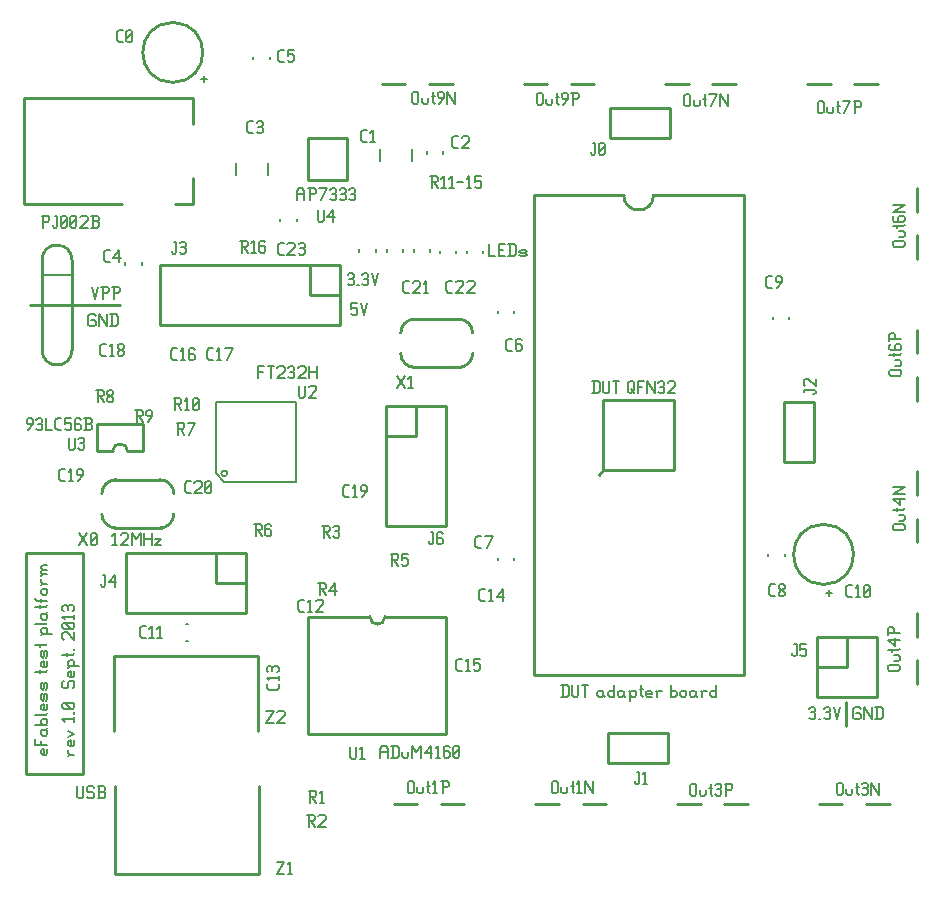
<source format=gbr>
G04 start of page 7 for group -4079 idx -4079 *
G04 Title: (unknown), topsilk *
G04 Creator: pcb 1.99z *
G04 CreationDate: Fri Sep 27 15:25:28 2013 UTC *
G04 For: tim *
G04 Format: Gerber/RS-274X *
G04 PCB-Dimensions (mil): 3240.00 2900.00 *
G04 PCB-Coordinate-Origin: lower left *
%MOIN*%
%FSLAX25Y25*%
%LNTOPSILK*%
%ADD106C,0.0080*%
%ADD105C,0.0071*%
%ADD104C,0.0100*%
G54D104*X3143Y191804D02*X33065D01*
X1962Y109126D02*Y35504D01*
X20860D01*
Y109126D01*
X2356D01*
X79521Y2040D02*Y31567D01*
X31883Y2040D02*X79521D01*
X31490Y31567D02*Y2040D01*
X275191Y59520D02*Y51252D01*
G54D105*X180809Y65213D02*Y61213D01*
X182109Y65213D02*X182809Y64513D01*
Y61913D01*
X182109Y61213D02*X182809Y61913D01*
X180309Y61213D02*X182109D01*
X180309Y65213D02*X182109D01*
X184009D02*Y61713D01*
X184509Y61213D01*
X185509D01*
X186009Y61713D01*
Y65213D02*Y61713D01*
X187209Y65213D02*X189209D01*
X188209D02*Y61213D01*
X193709Y63213D02*X194209Y62713D01*
X192709Y63213D02*X193709D01*
X192209Y62713D02*X192709Y63213D01*
X192209Y62713D02*Y61713D01*
X192709Y61213D01*
X194209Y63213D02*Y61713D01*
X194709Y61213D01*
X192709D02*X193709D01*
X194209Y61713D01*
X197909Y65213D02*Y61213D01*
X197409D02*X197909Y61713D01*
X196409Y61213D02*X197409D01*
X195909Y61713D02*X196409Y61213D01*
X195909Y62713D02*Y61713D01*
Y62713D02*X196409Y63213D01*
X197409D01*
X197909Y62713D01*
X200609Y63213D02*X201109Y62713D01*
X199609Y63213D02*X200609D01*
X199109Y62713D02*X199609Y63213D01*
X199109Y62713D02*Y61713D01*
X199609Y61213D01*
X201109Y63213D02*Y61713D01*
X201609Y61213D01*
X199609D02*X200609D01*
X201109Y61713D01*
X203309Y62713D02*Y59713D01*
X202809Y63213D02*X203309Y62713D01*
X203809Y63213D01*
X204809D01*
X205309Y62713D01*
Y61713D01*
X204809Y61213D02*X205309Y61713D01*
X203809Y61213D02*X204809D01*
X203309Y61713D02*X203809Y61213D01*
X207009Y65213D02*Y61713D01*
X207509Y61213D01*
X206509Y63713D02*X207509D01*
X209009Y61213D02*X210509D01*
X208509Y61713D02*X209009Y61213D01*
X208509Y62713D02*Y61713D01*
Y62713D02*X209009Y63213D01*
X210009D01*
X210509Y62713D01*
X208509Y62213D02*X210509D01*
Y62713D02*Y62213D01*
X212209Y62713D02*Y61213D01*
Y62713D02*X212709Y63213D01*
X213709D01*
X211709D02*X212209Y62713D01*
X216709Y65213D02*Y61213D01*
Y61713D02*X217209Y61213D01*
X218209D01*
X218709Y61713D01*
Y62713D02*Y61713D01*
X218209Y63213D02*X218709Y62713D01*
X217209Y63213D02*X218209D01*
X216709Y62713D02*X217209Y63213D01*
X219909Y62713D02*Y61713D01*
Y62713D02*X220409Y63213D01*
X221409D01*
X221909Y62713D01*
Y61713D01*
X221409Y61213D02*X221909Y61713D01*
X220409Y61213D02*X221409D01*
X219909Y61713D02*X220409Y61213D01*
X224609Y63213D02*X225109Y62713D01*
X223609Y63213D02*X224609D01*
X223109Y62713D02*X223609Y63213D01*
X223109Y62713D02*Y61713D01*
X223609Y61213D01*
X225109Y63213D02*Y61713D01*
X225609Y61213D01*
X223609D02*X224609D01*
X225109Y61713D01*
X227309Y62713D02*Y61213D01*
Y62713D02*X227809Y63213D01*
X228809D01*
X226809D02*X227309Y62713D01*
X232009Y65213D02*Y61213D01*
X231509D02*X232009Y61713D01*
X230509Y61213D02*X231509D01*
X230009Y61713D02*X230509Y61213D01*
X230009Y62713D02*Y61713D01*
Y62713D02*X230509Y63213D01*
X231509D01*
X232009Y62713D01*
X177159Y32430D02*Y29430D01*
Y32430D02*X177659Y32930D01*
X178659D01*
X179159Y32430D01*
Y29430D01*
X178659Y28930D02*X179159Y29430D01*
X177659Y28930D02*X178659D01*
X177159Y29430D02*X177659Y28930D01*
X180359Y30930D02*Y29430D01*
X180859Y28930D01*
X181859D01*
X182359Y29430D01*
Y30930D02*Y29430D01*
X184059Y32930D02*Y29430D01*
X184559Y28930D01*
X183559Y31430D02*X184559D01*
X185559Y32130D02*X186359Y32930D01*
Y28930D01*
X185559D02*X187059D01*
X188259Y32930D02*Y28930D01*
Y32930D02*X190759Y28930D01*
Y32930D02*Y28930D01*
X223222Y31642D02*Y28642D01*
Y31642D02*X223722Y32142D01*
X224722D01*
X225222Y31642D01*
Y28642D01*
X224722Y28142D02*X225222Y28642D01*
X223722Y28142D02*X224722D01*
X223222Y28642D02*X223722Y28142D01*
X226422Y30142D02*Y28642D01*
X226922Y28142D01*
X227922D01*
X228422Y28642D01*
Y30142D02*Y28642D01*
X230122Y32142D02*Y28642D01*
X230622Y28142D01*
X229622Y30642D02*X230622D01*
X231622Y31642D02*X232122Y32142D01*
X233122D01*
X233622Y31642D01*
X233122Y28142D02*X233622Y28642D01*
X232122Y28142D02*X233122D01*
X231622Y28642D02*X232122Y28142D01*
Y30342D02*X233122D01*
X233622Y31642D02*Y30842D01*
Y29842D02*Y28642D01*
Y29842D02*X233122Y30342D01*
X233622Y30842D02*X233122Y30342D01*
X235322Y32142D02*Y28142D01*
X234822Y32142D02*X236822D01*
X237322Y31642D01*
Y30642D01*
X236822Y30142D02*X237322Y30642D01*
X235322Y30142D02*X236822D01*
X191163Y166355D02*Y162355D01*
X192463Y166355D02*X193163Y165655D01*
Y163055D01*
X192463Y162355D02*X193163Y163055D01*
X190663Y162355D02*X192463D01*
X190663Y166355D02*X192463D01*
X194363D02*Y162855D01*
X194863Y162355D01*
X195863D01*
X196363Y162855D01*
Y166355D02*Y162855D01*
X197563Y166355D02*X199563D01*
X198563D02*Y162355D01*
X202563Y165855D02*Y162855D01*
Y165855D02*X203063Y166355D01*
X204063D01*
X204563Y165855D01*
Y163355D01*
X203563Y162355D02*X204563Y163355D01*
X203063Y162355D02*X203563D01*
X202563Y162855D02*X203063Y162355D01*
X203563Y163855D02*X204563Y162355D01*
X205763Y166355D02*Y162355D01*
Y166355D02*X207763D01*
X205763Y164555D02*X207263D01*
X208963Y166355D02*Y162355D01*
Y166355D02*X211463Y162355D01*
Y166355D02*Y162355D01*
X212663Y165855D02*X213163Y166355D01*
X214163D01*
X214663Y165855D01*
X214163Y162355D02*X214663Y162855D01*
X213163Y162355D02*X214163D01*
X212663Y162855D02*X213163Y162355D01*
Y164555D02*X214163D01*
X214663Y165855D02*Y165055D01*
Y164055D02*Y162855D01*
Y164055D02*X214163Y164555D01*
X214663Y165055D02*X214163Y164555D01*
X215863Y165855D02*X216363Y166355D01*
X217863D01*
X218363Y165855D01*
Y164855D01*
X215863Y162355D02*X218363Y164855D01*
X215863Y162355D02*X218363D01*
X268498Y95890D02*X270498D01*
X269498Y96890D02*Y94890D01*
X250221Y94599D02*X251521D01*
X249521Y95299D02*X250221Y94599D01*
X249521Y97899D02*Y95299D01*
Y97899D02*X250221Y98599D01*
X251521D01*
X252721Y95099D02*X253221Y94599D01*
X252721Y95899D02*Y95099D01*
Y95899D02*X253421Y96599D01*
X254021D01*
X254721Y95899D01*
Y95099D01*
X254221Y94599D02*X254721Y95099D01*
X253221Y94599D02*X254221D01*
X252721Y97299D02*X253421Y96599D01*
X252721Y98099D02*Y97299D01*
Y98099D02*X253221Y98599D01*
X254221D01*
X254721Y98099D01*
Y97299D01*
X254021Y96599D02*X254721Y97299D01*
X249237Y197315D02*X250537D01*
X248537Y198015D02*X249237Y197315D01*
X248537Y200615D02*Y198015D01*
Y200615D02*X249237Y201315D01*
X250537D01*
X252237Y197315D02*X253737Y199315D01*
Y200815D02*Y199315D01*
X253237Y201315D02*X253737Y200815D01*
X252237Y201315D02*X253237D01*
X251737Y200815D02*X252237Y201315D01*
X251737Y200815D02*Y199815D01*
X252237Y199315D01*
X253737D01*
X275891Y94284D02*X277191D01*
X275191Y94984D02*X275891Y94284D01*
X275191Y97584D02*Y94984D01*
Y97584D02*X275891Y98284D01*
X277191D01*
X278391Y97484D02*X279191Y98284D01*
Y94284D01*
X278391D02*X279891D01*
X281091Y94784D02*X281591Y94284D01*
X281091Y97784D02*Y94784D01*
Y97784D02*X281591Y98284D01*
X282591D01*
X283091Y97784D01*
Y94784D01*
X282591Y94284D02*X283091Y94784D01*
X281591Y94284D02*X282591D01*
X281091Y95284D02*X283091Y97284D01*
X100584Y118166D02*X102584D01*
X103084Y117666D01*
Y116666D01*
X102584Y116166D02*X103084Y116666D01*
X101084Y116166D02*X102584D01*
X101084Y118166D02*Y114166D01*
X101884Y116166D02*X103084Y114166D01*
X104284Y117666D02*X104784Y118166D01*
X105784D01*
X106284Y117666D01*
X105784Y114166D02*X106284Y114666D01*
X104784Y114166D02*X105784D01*
X104284Y114666D02*X104784Y114166D01*
Y116366D02*X105784D01*
X106284Y117666D02*Y116866D01*
Y115866D02*Y114666D01*
Y115866D02*X105784Y116366D01*
X106284Y116866D02*X105784Y116366D01*
X123380Y108756D02*X125380D01*
X125880Y108256D01*
Y107256D01*
X125380Y106756D02*X125880Y107256D01*
X123880Y106756D02*X125380D01*
X123880Y108756D02*Y104756D01*
X124680Y106756D02*X125880Y104756D01*
X127080Y108756D02*X129080D01*
X127080D02*Y106756D01*
X127580Y107256D01*
X128580D01*
X129080Y106756D01*
Y105256D01*
X128580Y104756D02*X129080Y105256D01*
X127580Y104756D02*X128580D01*
X127080Y105256D02*X127580Y104756D01*
X142702Y195898D02*X144002D01*
X142002Y196598D02*X142702Y195898D01*
X142002Y199198D02*Y196598D01*
Y199198D02*X142702Y199898D01*
X144002D01*
X145202Y199398D02*X145702Y199898D01*
X147202D01*
X147702Y199398D01*
Y198398D01*
X145202Y195898D02*X147702Y198398D01*
X145202Y195898D02*X147702D01*
X148902Y199398D02*X149402Y199898D01*
X150902D01*
X151402Y199398D01*
Y198398D01*
X148902Y195898D02*X151402Y198398D01*
X148902Y195898D02*X151402D01*
X128292Y195622D02*X129592D01*
X127592Y196322D02*X128292Y195622D01*
X127592Y198922D02*Y196322D01*
Y198922D02*X128292Y199622D01*
X129592D01*
X130792Y199122D02*X131292Y199622D01*
X132792D01*
X133292Y199122D01*
Y198122D01*
X130792Y195622D02*X133292Y198122D01*
X130792Y195622D02*X133292D01*
X134492Y198822D02*X135292Y199622D01*
Y195622D01*
X134492D02*X135992D01*
X108213Y127591D02*X109513D01*
X107513Y128291D02*X108213Y127591D01*
X107513Y130891D02*Y128291D01*
Y130891D02*X108213Y131591D01*
X109513D01*
X110713Y130791D02*X111513Y131591D01*
Y127591D01*
X110713D02*X112213D01*
X113913D02*X115413Y129591D01*
Y131091D02*Y129591D01*
X114913Y131591D02*X115413Y131091D01*
X113913Y131591D02*X114913D01*
X113413Y131091D02*X113913Y131591D01*
X113413Y131091D02*Y130091D01*
X113913Y129591D01*
X115413D01*
X272041Y32036D02*Y29036D01*
Y32036D02*X272541Y32536D01*
X273541D01*
X274041Y32036D01*
Y29036D01*
X273541Y28536D02*X274041Y29036D01*
X272541Y28536D02*X273541D01*
X272041Y29036D02*X272541Y28536D01*
X275241Y30536D02*Y29036D01*
X275741Y28536D01*
X276741D01*
X277241Y29036D01*
Y30536D02*Y29036D01*
X278941Y32536D02*Y29036D01*
X279441Y28536D01*
X278441Y31036D02*X279441D01*
X280441Y32036D02*X280941Y32536D01*
X281941D01*
X282441Y32036D01*
X281941Y28536D02*X282441Y29036D01*
X280941Y28536D02*X281941D01*
X280441Y29036D02*X280941Y28536D01*
Y30736D02*X281941D01*
X282441Y32036D02*Y31236D01*
Y30236D02*Y29036D01*
Y30236D02*X281941Y30736D01*
X282441Y31236D02*X281941Y30736D01*
X283641Y32536D02*Y28536D01*
Y32536D02*X286141Y28536D01*
Y32536D02*Y28536D01*
X279553Y57733D02*X280053Y57233D01*
X278053Y57733D02*X279553D01*
X277553Y57233D02*X278053Y57733D01*
X277553Y57233D02*Y54233D01*
X278053Y53733D01*
X279553D01*
X280053Y54233D01*
Y55233D02*Y54233D01*
X279553Y55733D02*X280053Y55233D01*
X278553Y55733D02*X279553D01*
X281253Y57733D02*Y53733D01*
Y57733D02*X283753Y53733D01*
Y57733D02*Y53733D01*
X285453Y57733D02*Y53733D01*
X286753Y57733D02*X287453Y57033D01*
Y54433D01*
X286753Y53733D02*X287453Y54433D01*
X284953Y53733D02*X286753D01*
X284953Y57733D02*X286753D01*
X258017Y78638D02*X258817D01*
Y75138D01*
X258317Y74638D02*X258817Y75138D01*
X257817Y74638D02*X258317D01*
X257317Y75138D02*X257817Y74638D01*
X257317Y75638D02*Y75138D01*
X260017Y78638D02*X262017D01*
X260017D02*Y76638D01*
X260517Y77138D01*
X261517D01*
X262017Y76638D01*
Y75138D01*
X261517Y74638D02*X262017Y75138D01*
X260517Y74638D02*X261517D01*
X260017Y75138D02*X260517Y74638D01*
X262986Y57233D02*X263486Y57733D01*
X264486D01*
X264986Y57233D01*
X264486Y53733D02*X264986Y54233D01*
X263486Y53733D02*X264486D01*
X262986Y54233D02*X263486Y53733D01*
Y55933D02*X264486D01*
X264986Y57233D02*Y56433D01*
Y55433D02*Y54233D01*
Y55433D02*X264486Y55933D01*
X264986Y56433D02*X264486Y55933D01*
X266186Y53733D02*X266686D01*
X267886Y57233D02*X268386Y57733D01*
X269386D01*
X269886Y57233D01*
X269386Y53733D02*X269886Y54233D01*
X268386Y53733D02*X269386D01*
X267886Y54233D02*X268386Y53733D01*
Y55933D02*X269386D01*
X269886Y57233D02*Y56433D01*
Y55433D02*Y54233D01*
Y55433D02*X269386Y55933D01*
X269886Y56433D02*X269386Y55933D01*
X271086Y57733D02*X272086Y53733D01*
X273086Y57733D01*
X289683Y69756D02*X292683D01*
X289683D02*X289183Y70256D01*
Y71256D02*Y70256D01*
Y71256D02*X289683Y71756D01*
X292683D01*
X293183Y71256D02*X292683Y71756D01*
X293183Y71256D02*Y70256D01*
X292683Y69756D02*X293183Y70256D01*
X291183Y72956D02*X292683D01*
X293183Y73456D01*
Y74456D02*Y73456D01*
Y74456D02*X292683Y74956D01*
X291183D02*X292683D01*
X289183Y76656D02*X292683D01*
X293183Y77156D01*
X290683D02*Y76156D01*
X291683Y78156D02*X289183Y80156D01*
X291683Y80656D02*Y78156D01*
X289183Y80156D02*X293183D01*
X289183Y82356D02*X293183D01*
X289183Y83856D02*Y81856D01*
Y83856D02*X289683Y84356D01*
X290683D01*
X291183Y83856D02*X290683Y84356D01*
X291183Y83856D02*Y82356D01*
X291257Y116607D02*X294257D01*
X291257D02*X290757Y117107D01*
Y118107D02*Y117107D01*
Y118107D02*X291257Y118607D01*
X294257D01*
X294757Y118107D02*X294257Y118607D01*
X294757Y118107D02*Y117107D01*
X294257Y116607D02*X294757Y117107D01*
X292757Y119807D02*X294257D01*
X294757Y120307D01*
Y121307D02*Y120307D01*
Y121307D02*X294257Y121807D01*
X292757D02*X294257D01*
X290757Y123507D02*X294257D01*
X294757Y124007D01*
X292257D02*Y123007D01*
X293257Y125007D02*X290757Y127007D01*
X293257Y127507D02*Y125007D01*
X290757Y127007D02*X294757D01*
X290757Y128707D02*X294757D01*
X290757D02*X294757Y131207D01*
X290757D02*X294757D01*
X290076Y168181D02*X293076D01*
X290076D02*X289576Y168681D01*
Y169681D02*Y168681D01*
Y169681D02*X290076Y170181D01*
X293076D01*
X293576Y169681D02*X293076Y170181D01*
X293576Y169681D02*Y168681D01*
X293076Y168181D02*X293576Y168681D01*
X291576Y171382D02*X293076D01*
X293576Y171882D01*
Y172882D02*Y171882D01*
Y172882D02*X293076Y173382D01*
X291576D02*X293076D01*
X289576Y175082D02*X293076D01*
X293576Y175582D01*
X291076D02*Y174582D01*
X289576Y178082D02*X290076Y178582D01*
X289576Y178082D02*Y177082D01*
X290076Y176582D02*X289576Y177082D01*
X290076Y176582D02*X293076D01*
X293576Y177082D01*
X291376Y178082D02*X291876Y178582D01*
X291376Y178082D02*Y176582D01*
X293576Y178082D02*Y177082D01*
Y178082D02*X293076Y178582D01*
X291876D02*X293076D01*
X289576Y180282D02*X293576D01*
X289576Y181782D02*Y179782D01*
Y181782D02*X290076Y182282D01*
X291076D01*
X291576Y181782D02*X291076Y182282D01*
X291576Y181782D02*Y180282D01*
X7580Y221512D02*Y217512D01*
X7080Y221512D02*X9080D01*
X9580Y221012D01*
Y220012D01*
X9080Y219512D02*X9580Y220012D01*
X7580Y219512D02*X9080D01*
X11480Y221512D02*X12280D01*
Y218012D01*
X11780Y217512D02*X12280Y218012D01*
X11280Y217512D02*X11780D01*
X10780Y218012D02*X11280Y217512D01*
X10780Y218512D02*Y218012D01*
X13480D02*X13980Y217512D01*
X13480Y221012D02*Y218012D01*
Y221012D02*X13980Y221512D01*
X14980D01*
X15480Y221012D01*
Y218012D01*
X14980Y217512D02*X15480Y218012D01*
X13980Y217512D02*X14980D01*
X13480Y218512D02*X15480Y220512D01*
X16680Y218012D02*X17180Y217512D01*
X16680Y221012D02*Y218012D01*
Y221012D02*X17180Y221512D01*
X18180D01*
X18680Y221012D01*
Y218012D01*
X18180Y217512D02*X18680Y218012D01*
X17180Y217512D02*X18180D01*
X16680Y218512D02*X18680Y220512D01*
X19880Y221012D02*X20380Y221512D01*
X21880D01*
X22380Y221012D01*
Y220012D01*
X19880Y217512D02*X22380Y220012D01*
X19880Y217512D02*X22380D01*
X23580D02*X25580D01*
X26080Y218012D01*
Y219212D02*Y218012D01*
X25580Y219712D02*X26080Y219212D01*
X24080Y219712D02*X25580D01*
X24080Y221512D02*Y217512D01*
X23580Y221512D02*X25580D01*
X26080Y221012D01*
Y220212D01*
X25580Y219712D02*X26080Y220212D01*
X23773Y197890D02*X24773Y193890D01*
X25773Y197890D01*
X27473D02*Y193890D01*
X26973Y197890D02*X28973D01*
X29473Y197390D01*
Y196390D01*
X28973Y195890D02*X29473Y196390D01*
X27473Y195890D02*X28973D01*
X31173Y197890D02*Y193890D01*
X30673Y197890D02*X32673D01*
X33173Y197390D01*
Y196390D01*
X32673Y195890D02*X33173Y196390D01*
X31173Y195890D02*X32673D01*
X28489Y206056D02*X29789D01*
X27789Y206756D02*X28489Y206056D01*
X27789Y209356D02*Y206756D01*
Y209356D02*X28489Y210056D01*
X29789D01*
X30989Y207556D02*X32989Y210056D01*
X30989Y207556D02*X33489D01*
X32989Y210056D02*Y206056D01*
X27465Y101827D02*X28265D01*
Y98327D01*
X27765Y97827D02*X28265Y98327D01*
X27265Y97827D02*X27765D01*
X26765Y98327D02*X27265Y97827D01*
X26765Y98827D02*Y98327D01*
X29465Y99327D02*X31465Y101827D01*
X29465Y99327D02*X31965D01*
X31465Y101827D02*Y97827D01*
X32741Y279284D02*X34041D01*
X32041Y279984D02*X32741Y279284D01*
X32041Y282584D02*Y279984D01*
Y282584D02*X32741Y283284D01*
X34041D01*
X35241Y279784D02*X35741Y279284D01*
X35241Y282784D02*Y279784D01*
Y282784D02*X35741Y283284D01*
X36741D01*
X37241Y282784D01*
Y279784D01*
X36741Y279284D02*X37241Y279784D01*
X35741Y279284D02*X36741D01*
X35241Y280284D02*X37241Y282284D01*
X2580Y150032D02*X4080Y152032D01*
Y153532D02*Y152032D01*
X3580Y154032D02*X4080Y153532D01*
X2580Y154032D02*X3580D01*
X2080Y153532D02*X2580Y154032D01*
X2080Y153532D02*Y152532D01*
X2580Y152032D01*
X4080D01*
X5280Y153532D02*X5780Y154032D01*
X6780D01*
X7280Y153532D01*
X6780Y150032D02*X7280Y150532D01*
X5780Y150032D02*X6780D01*
X5280Y150532D02*X5780Y150032D01*
Y152232D02*X6780D01*
X7280Y153532D02*Y152732D01*
Y151732D02*Y150532D01*
Y151732D02*X6780Y152232D01*
X7280Y152732D02*X6780Y152232D01*
X8480Y154032D02*Y150032D01*
X10480D01*
X12380D02*X13680D01*
X11680Y150732D02*X12380Y150032D01*
X11680Y153332D02*Y150732D01*
Y153332D02*X12380Y154032D01*
X13680D01*
X14880D02*X16880D01*
X14880D02*Y152032D01*
X15380Y152532D01*
X16380D01*
X16880Y152032D01*
Y150532D01*
X16380Y150032D02*X16880Y150532D01*
X15380Y150032D02*X16380D01*
X14880Y150532D02*X15380Y150032D01*
X19580Y154032D02*X20080Y153532D01*
X18580Y154032D02*X19580D01*
X18080Y153532D02*X18580Y154032D01*
X18080Y153532D02*Y150532D01*
X18580Y150032D01*
X19580Y152232D02*X20080Y151732D01*
X18080Y152232D02*X19580D01*
X18580Y150032D02*X19580D01*
X20080Y150532D01*
Y151732D02*Y150532D01*
X21280Y150032D02*X23280D01*
X23780Y150532D01*
Y151732D02*Y150532D01*
X23280Y152232D02*X23780Y151732D01*
X21780Y152232D02*X23280D01*
X21780Y154032D02*Y150032D01*
X21280Y154032D02*X23280D01*
X23780Y153532D01*
Y152732D01*
X23280Y152232D02*X23780Y152732D01*
X16096Y147457D02*Y143957D01*
X16596Y143457D01*
X17596D01*
X18096Y143957D01*
Y147457D02*Y143957D01*
X19296Y146957D02*X19796Y147457D01*
X20796D01*
X21296Y146957D01*
X20796Y143457D02*X21296Y143957D01*
X19796Y143457D02*X20796D01*
X19296Y143957D02*X19796Y143457D01*
Y145657D02*X20796D01*
X21296Y146957D02*Y146157D01*
Y145157D02*Y143957D01*
Y145157D02*X20796Y145657D01*
X21296Y146157D02*X20796Y145657D01*
X13607Y133024D02*X14907D01*
X12907Y133724D02*X13607Y133024D01*
X12907Y136324D02*Y133724D01*
Y136324D02*X13607Y137024D01*
X14907D01*
X16107Y136224D02*X16907Y137024D01*
Y133024D01*
X16107D02*X17607D01*
X19307D02*X20807Y135024D01*
Y136524D02*Y135024D01*
X20307Y137024D02*X20807Y136524D01*
X19307Y137024D02*X20307D01*
X18807Y136524D02*X19307Y137024D01*
X18807Y136524D02*Y135524D01*
X19307Y135024D01*
X20807D01*
X24631Y188599D02*X25131Y188099D01*
X23131Y188599D02*X24631D01*
X22631Y188099D02*X23131Y188599D01*
X22631Y188099D02*Y185099D01*
X23131Y184599D01*
X24631D01*
X25131Y185099D01*
Y186099D02*Y185099D01*
X24631Y186599D02*X25131Y186099D01*
X23631Y186599D02*X24631D01*
X26332Y188599D02*Y184599D01*
Y188599D02*X28832Y184599D01*
Y188599D02*Y184599D01*
X30532Y188599D02*Y184599D01*
X31832Y188599D02*X32532Y187899D01*
Y185299D01*
X31832Y184599D02*X32532Y185299D01*
X30032Y184599D02*X31832D01*
X30032Y188599D02*X31832D01*
X51087Y212851D02*X51887D01*
Y209351D01*
X51387Y208851D02*X51887Y209351D01*
X50887Y208851D02*X51387D01*
X50387Y209351D02*X50887Y208851D01*
X50387Y209851D02*Y209351D01*
X53087Y212351D02*X53587Y212851D01*
X54587D01*
X55087Y212351D01*
X54587Y208851D02*X55087Y209351D01*
X53587Y208851D02*X54587D01*
X53087Y209351D02*X53587Y208851D01*
Y211051D02*X54587D01*
X55087Y212351D02*Y211551D01*
Y210551D02*Y209351D01*
Y210551D02*X54587Y211051D01*
X55087Y211551D02*X54587Y211051D01*
X50891Y173260D02*X52191D01*
X50191Y173960D02*X50891Y173260D01*
X50191Y176560D02*Y173960D01*
Y176560D02*X50891Y177260D01*
X52191D01*
X53391Y176460D02*X54191Y177260D01*
Y173260D01*
X53391D02*X54891D01*
X57591Y177260D02*X58091Y176760D01*
X56591Y177260D02*X57591D01*
X56091Y176760D02*X56591Y177260D01*
X56091Y176760D02*Y173760D01*
X56591Y173260D01*
X57591Y175460D02*X58091Y174960D01*
X56091Y175460D02*X57591D01*
X56591Y173260D02*X57591D01*
X58091Y173760D01*
Y174960D02*Y173760D01*
X63017Y173260D02*X64317D01*
X62317Y173960D02*X63017Y173260D01*
X62317Y176560D02*Y173960D01*
Y176560D02*X63017Y177260D01*
X64317D01*
X65517Y176460D02*X66317Y177260D01*
Y173260D01*
X65517D02*X67017D01*
X68717D02*X70717Y177260D01*
X68217D02*X70717D01*
X27269Y174756D02*X28569D01*
X26569Y175456D02*X27269Y174756D01*
X26569Y178056D02*Y175456D01*
Y178056D02*X27269Y178756D01*
X28569D01*
X29769Y177956D02*X30569Y178756D01*
Y174756D01*
X29769D02*X31269D01*
X32469Y175256D02*X32969Y174756D01*
X32469Y176056D02*Y175256D01*
Y176056D02*X33169Y176756D01*
X33769D01*
X34469Y176056D01*
Y175256D01*
X33969Y174756D02*X34469Y175256D01*
X32969Y174756D02*X33969D01*
X32469Y177456D02*X33169Y176756D01*
X32469Y178256D02*Y177456D01*
Y178256D02*X32969Y178756D01*
X33969D01*
X34469Y178256D01*
Y177456D01*
X33769Y176756D02*X34469Y177456D01*
X52120Y152457D02*X54120D01*
X54620Y151957D01*
Y150957D01*
X54120Y150457D02*X54620Y150957D01*
X52620Y150457D02*X54120D01*
X52620Y152457D02*Y148457D01*
X53420Y150457D02*X54620Y148457D01*
X56320D02*X58320Y152457D01*
X55820D02*X58320D01*
X51135Y160646D02*X53135D01*
X53635Y160146D01*
Y159146D01*
X53135Y158646D02*X53635Y159146D01*
X51635Y158646D02*X53135D01*
X51635Y160646D02*Y156646D01*
X52435Y158646D02*X53635Y156646D01*
X54835Y159846D02*X55635Y160646D01*
Y156646D01*
X54835D02*X56335D01*
X57535Y157146D02*X58035Y156646D01*
X57535Y160146D02*Y157146D01*
Y160146D02*X58035Y160646D01*
X59035D01*
X59535Y160146D01*
Y157146D01*
X59035Y156646D02*X59535Y157146D01*
X58035Y156646D02*X59035D01*
X57535Y157646D02*X59535Y159646D01*
X38261Y156630D02*X40261D01*
X40761Y156130D01*
Y155130D01*
X40261Y154630D02*X40761Y155130D01*
X38761Y154630D02*X40261D01*
X38761Y156630D02*Y152630D01*
X39561Y154630D02*X40761Y152630D01*
X42461D02*X43961Y154630D01*
Y156130D02*Y154630D01*
X43461Y156630D02*X43961Y156130D01*
X42461Y156630D02*X43461D01*
X41961Y156130D02*X42461Y156630D01*
X41961Y156130D02*Y155130D01*
X42461Y154630D01*
X43961D01*
X55418Y128930D02*X56718D01*
X54718Y129630D02*X55418Y128930D01*
X54718Y132230D02*Y129630D01*
Y132230D02*X55418Y132930D01*
X56718D01*
X57918Y132430D02*X58418Y132930D01*
X59918D01*
X60418Y132430D01*
Y131430D01*
X57918Y128930D02*X60418Y131430D01*
X57918Y128930D02*X60418D01*
X61618Y129430D02*X62118Y128930D01*
X61618Y132430D02*Y129430D01*
Y132430D02*X62118Y132930D01*
X63118D01*
X63618Y132430D01*
Y129430D01*
X63118Y128930D02*X63618Y129430D01*
X62118Y128930D02*X63118D01*
X61618Y129930D02*X63618Y131930D01*
X25309Y163323D02*X27309D01*
X27809Y162823D01*
Y161823D01*
X27309Y161323D02*X27809Y161823D01*
X25809Y161323D02*X27309D01*
X25809Y163323D02*Y159323D01*
X26609Y161323D02*X27809Y159323D01*
X29009Y159823D02*X29509Y159323D01*
X29009Y160623D02*Y159823D01*
Y160623D02*X29709Y161323D01*
X30309D01*
X31009Y160623D01*
Y159823D01*
X30509Y159323D02*X31009Y159823D01*
X29509Y159323D02*X30509D01*
X29009Y162023D02*X29709Y161323D01*
X29009Y162823D02*Y162023D01*
Y162823D02*X29509Y163323D01*
X30509D01*
X31009Y162823D01*
Y162023D01*
X30309Y161323D02*X31009Y162023D01*
X18891Y31355D02*Y27855D01*
X19391Y27355D01*
X20391D01*
X20891Y27855D01*
Y31355D02*Y27855D01*
X24091Y31355D02*X24591Y30855D01*
X22591Y31355D02*X24091D01*
X22091Y30855D02*X22591Y31355D01*
X22091Y30855D02*Y29855D01*
X22591Y29355D01*
X24091D01*
X24591Y28855D01*
Y27855D01*
X24091Y27355D02*X24591Y27855D01*
X22591Y27355D02*X24091D01*
X22091Y27855D02*X22591Y27355D01*
X25791D02*X27791D01*
X28291Y27855D01*
Y29055D02*Y27855D01*
X27791Y29555D02*X28291Y29055D01*
X26291Y29555D02*X27791D01*
X26291Y31355D02*Y27355D01*
X25791Y31355D02*X27791D01*
X28291Y30855D01*
Y30055D01*
X27791Y29555D02*X28291Y30055D01*
X16486Y41910D02*X17986D01*
X16486D02*X15986Y42410D01*
Y43410D02*Y42410D01*
Y41410D02*X16486Y41910D01*
X17986Y46610D02*Y45110D01*
X17486Y44610D02*X17986Y45110D01*
X16486Y44610D02*X17486D01*
X16486D02*X15986Y45110D01*
Y46110D02*Y45110D01*
Y46110D02*X16486Y46610D01*
X16986D02*Y44610D01*
X16486Y46610D02*X16986D01*
X15986Y47810D02*X17986Y48810D01*
X15986Y49810D02*X17986Y48810D01*
X14786Y52810D02*X13986Y53610D01*
X17986D01*
Y54310D02*Y52810D01*
Y56010D02*Y55510D01*
X17486Y57210D02*X17986Y57710D01*
X14486Y57210D02*X17486D01*
X14486D02*X13986Y57710D01*
Y58710D02*Y57710D01*
Y58710D02*X14486Y59210D01*
X17486D01*
X17986Y58710D02*X17486Y59210D01*
X17986Y58710D02*Y57710D01*
X16986Y57210D02*X14986Y59210D01*
X13986Y66010D02*X14486Y66510D01*
X13986Y66010D02*Y64510D01*
X14486Y64010D02*X13986Y64510D01*
X14486Y64010D02*X15486D01*
X15986Y64510D01*
Y66010D02*Y64510D01*
Y66010D02*X16486Y66510D01*
X17486D01*
X17986Y66010D02*X17486Y66510D01*
X17986Y66010D02*Y64510D01*
X17486Y64010D02*X17986Y64510D01*
Y69710D02*Y68210D01*
X17486Y67710D02*X17986Y68210D01*
X16486Y67710D02*X17486D01*
X16486D02*X15986Y68210D01*
Y69210D02*Y68210D01*
Y69210D02*X16486Y69710D01*
X16986D02*Y67710D01*
X16486Y69710D02*X16986D01*
X16486Y71410D02*X19486D01*
X15986Y70910D02*X16486Y71410D01*
X15986Y71910D01*
Y72910D02*Y71910D01*
Y72910D02*X16486Y73410D01*
X17486D01*
X17986Y72910D02*X17486Y73410D01*
X17986Y72910D02*Y71910D01*
X17486Y71410D02*X17986Y71910D01*
X13986Y75110D02*X17486D01*
X17986Y75610D01*
X15486D02*Y74610D01*
X17986Y77110D02*Y76610D01*
X14486Y80110D02*X13986Y80610D01*
Y82110D02*Y80610D01*
Y82110D02*X14486Y82610D01*
X15486D01*
X17986Y80110D02*X15486Y82610D01*
X17986D02*Y80110D01*
X17486Y83810D02*X17986Y84310D01*
X14486Y83810D02*X17486D01*
X14486D02*X13986Y84310D01*
Y85310D02*Y84310D01*
Y85310D02*X14486Y85810D01*
X17486D01*
X17986Y85310D02*X17486Y85810D01*
X17986Y85310D02*Y84310D01*
X16986Y83810D02*X14986Y85810D01*
X14786Y87010D02*X13986Y87810D01*
X17986D01*
Y88510D02*Y87010D01*
X14486Y89710D02*X13986Y90210D01*
Y91210D02*Y90210D01*
Y91210D02*X14486Y91710D01*
X17986Y91210D02*X17486Y91710D01*
X17986Y91210D02*Y90210D01*
X17486Y89710D02*X17986Y90210D01*
X15786Y91210D02*Y90210D01*
X14486Y91710D02*X15286D01*
X16286D02*X17486D01*
X16286D02*X15786Y91210D01*
X15286Y91710D02*X15786Y91210D01*
X8931Y43804D02*Y42304D01*
X8431Y41804D02*X8931Y42304D01*
X7431Y41804D02*X8431D01*
X7431D02*X6931Y42304D01*
Y43304D02*Y42304D01*
Y43304D02*X7431Y43804D01*
X7931D02*Y41804D01*
X7431Y43804D02*X7931D01*
X4931Y45004D02*X8931D01*
X4931Y47004D02*Y45004D01*
X6731Y46504D02*Y45004D01*
X6931Y49704D02*X7431Y50204D01*
X6931Y49704D02*Y48704D01*
X7431Y48204D02*X6931Y48704D01*
X7431Y48204D02*X8431D01*
X8931Y48704D01*
X6931Y50204D02*X8431D01*
X8931Y50704D01*
Y49704D02*Y48704D01*
Y49704D02*X8431Y50204D01*
X4931Y51904D02*X8931D01*
X8431D02*X8931Y52404D01*
Y53404D02*Y52404D01*
Y53404D02*X8431Y53904D01*
X7431D02*X8431D01*
X6931Y53404D02*X7431Y53904D01*
X6931Y53404D02*Y52404D01*
X7431Y51904D02*X6931Y52404D01*
X4931Y55104D02*X8431D01*
X8931Y55604D01*
Y58604D02*Y57104D01*
X8431Y56604D02*X8931Y57104D01*
X7431Y56604D02*X8431D01*
X7431D02*X6931Y57104D01*
Y58104D02*Y57104D01*
Y58104D02*X7431Y58604D01*
X7931D02*Y56604D01*
X7431Y58604D02*X7931D01*
X8931Y61804D02*Y60304D01*
Y61804D02*X8431Y62304D01*
X7931Y61804D02*X8431Y62304D01*
X7931Y61804D02*Y60304D01*
X7431Y59804D02*X7931Y60304D01*
X7431Y59804D02*X6931Y60304D01*
Y61804D02*Y60304D01*
Y61804D02*X7431Y62304D01*
X8431Y59804D02*X8931Y60304D01*
Y65504D02*Y64004D01*
Y65504D02*X8431Y66004D01*
X7931Y65504D02*X8431Y66004D01*
X7931Y65504D02*Y64004D01*
X7431Y63504D02*X7931Y64004D01*
X7431Y63504D02*X6931Y64004D01*
Y65504D02*Y64004D01*
Y65504D02*X7431Y66004D01*
X8431Y63504D02*X8931Y64004D01*
X4931Y69504D02*X8431D01*
X8931Y70004D01*
X6431D02*Y69004D01*
X8931Y73004D02*Y71504D01*
X8431Y71004D02*X8931Y71504D01*
X7431Y71004D02*X8431D01*
X7431D02*X6931Y71504D01*
Y72504D02*Y71504D01*
Y72504D02*X7431Y73004D01*
X7931D02*Y71004D01*
X7431Y73004D02*X7931D01*
X8931Y76204D02*Y74704D01*
Y76204D02*X8431Y76704D01*
X7931Y76204D02*X8431Y76704D01*
X7931Y76204D02*Y74704D01*
X7431Y74204D02*X7931Y74704D01*
X7431Y74204D02*X6931Y74704D01*
Y76204D02*Y74704D01*
Y76204D02*X7431Y76704D01*
X8431Y74204D02*X8931Y74704D01*
X4931Y78404D02*X8431D01*
X8931Y78904D01*
X6431D02*Y77904D01*
X7431Y82204D02*X10431D01*
X6931Y81704D02*X7431Y82204D01*
X6931Y82704D01*
Y83704D02*Y82704D01*
Y83704D02*X7431Y84204D01*
X8431D01*
X8931Y83704D02*X8431Y84204D01*
X8931Y83704D02*Y82704D01*
X8431Y82204D02*X8931Y82704D01*
X4931Y85404D02*X8431D01*
X8931Y85904D01*
X6931Y88404D02*X7431Y88904D01*
X6931Y88404D02*Y87404D01*
X7431Y86904D02*X6931Y87404D01*
X7431Y86904D02*X8431D01*
X8931Y87404D01*
X6931Y88904D02*X8431D01*
X8931Y89404D01*
Y88404D02*Y87404D01*
Y88404D02*X8431Y88904D01*
X4931Y91104D02*X8431D01*
X8931Y91604D01*
X6431D02*Y90604D01*
X5431Y93104D02*X8931D01*
X5431D02*X4931Y93604D01*
Y94104D02*Y93604D01*
X6931D02*Y92604D01*
X7431Y95104D02*X8431D01*
X7431D02*X6931Y95604D01*
Y96604D02*Y95604D01*
Y96604D02*X7431Y97104D01*
X8431D01*
X8931Y96604D02*X8431Y97104D01*
X8931Y96604D02*Y95604D01*
X8431Y95104D02*X8931Y95604D01*
X7431Y98804D02*X8931D01*
X7431D02*X6931Y99304D01*
Y100304D02*Y99304D01*
Y98304D02*X7431Y98804D01*
Y102004D02*X8931D01*
X7431D02*X6931Y102504D01*
Y103004D02*Y102504D01*
Y103004D02*X7431Y103504D01*
X8931D01*
X7431D02*X6931Y104004D01*
Y104504D02*Y104004D01*
Y104504D02*X7431Y105004D01*
X8931D01*
X6931Y101504D02*X7431Y102004D01*
X60230Y267150D02*X62230D01*
X61230Y268150D02*Y266150D01*
X265742Y259201D02*Y256201D01*
Y259201D02*X266242Y259701D01*
X267242D01*
X267742Y259201D01*
Y256201D01*
X267242Y255701D02*X267742Y256201D01*
X266242Y255701D02*X267242D01*
X265742Y256201D02*X266242Y255701D01*
X268942Y257701D02*Y256201D01*
X269442Y255701D01*
X270442D01*
X270942Y256201D01*
Y257701D02*Y256201D01*
X272642Y259701D02*Y256201D01*
X273142Y255701D01*
X272142Y258201D02*X273142D01*
X274642Y255701D02*X276642Y259701D01*
X274142D02*X276642D01*
X278342D02*Y255701D01*
X277842Y259701D02*X279842D01*
X280342Y259201D01*
Y258201D01*
X279842Y257701D02*X280342Y258201D01*
X278342Y257701D02*X279842D01*
X221254Y261563D02*Y258563D01*
Y261563D02*X221754Y262063D01*
X222754D01*
X223254Y261563D01*
Y258563D01*
X222754Y258063D02*X223254Y258563D01*
X221754Y258063D02*X222754D01*
X221254Y258563D02*X221754Y258063D01*
X224454Y260063D02*Y258563D01*
X224954Y258063D01*
X225954D01*
X226454Y258563D01*
Y260063D02*Y258563D01*
X228154Y262063D02*Y258563D01*
X228654Y258063D01*
X227654Y260563D02*X228654D01*
X230154Y258063D02*X232154Y262063D01*
X229654D02*X232154D01*
X233354D02*Y258063D01*
Y262063D02*X235854Y258063D01*
Y262063D02*Y258063D01*
X172041Y261957D02*Y258957D01*
Y261957D02*X172541Y262457D01*
X173541D01*
X174041Y261957D01*
Y258957D01*
X173541Y258457D02*X174041Y258957D01*
X172541Y258457D02*X173541D01*
X172041Y258957D02*X172541Y258457D01*
X175241Y260457D02*Y258957D01*
X175741Y258457D01*
X176741D01*
X177241Y258957D01*
Y260457D02*Y258957D01*
X178941Y262457D02*Y258957D01*
X179441Y258457D01*
X178441Y260957D02*X179441D01*
X180941Y258457D02*X182441Y260457D01*
Y261957D02*Y260457D01*
X181941Y262457D02*X182441Y261957D01*
X180941Y262457D02*X181941D01*
X180441Y261957D02*X180941Y262457D01*
X180441Y261957D02*Y260957D01*
X180941Y260457D01*
X182441D01*
X184141Y262457D02*Y258457D01*
X183641Y262457D02*X185641D01*
X186141Y261957D01*
Y260957D01*
X185641Y260457D02*X186141Y260957D01*
X184141Y260457D02*X185641D01*
X130702Y262351D02*Y259351D01*
Y262351D02*X131202Y262851D01*
X132202D01*
X132702Y262351D01*
Y259351D01*
X132202Y258851D02*X132702Y259351D01*
X131202Y258851D02*X132202D01*
X130702Y259351D02*X131202Y258851D01*
X133902Y260851D02*Y259351D01*
X134402Y258851D01*
X135402D01*
X135902Y259351D01*
Y260851D02*Y259351D01*
X137602Y262851D02*Y259351D01*
X138102Y258851D01*
X137102Y261351D02*X138102D01*
X139602Y258851D02*X141102Y260851D01*
Y262351D02*Y260851D01*
X140602Y262851D02*X141102Y262351D01*
X139602Y262851D02*X140602D01*
X139102Y262351D02*X139602Y262851D01*
X139102Y262351D02*Y261351D01*
X139602Y260851D01*
X141102D01*
X142302Y262851D02*Y258851D01*
Y262851D02*X144802Y258851D01*
Y262851D02*Y258851D01*
X79246Y171315D02*Y167315D01*
Y171315D02*X81246D01*
X79246Y169515D02*X80746D01*
X82446Y171315D02*X84446D01*
X83446D02*Y167315D01*
X85646Y170815D02*X86146Y171315D01*
X87646D01*
X88146Y170815D01*
Y169815D01*
X85646Y167315D02*X88146Y169815D01*
X85646Y167315D02*X88146D01*
X89346Y170815D02*X89846Y171315D01*
X90846D01*
X91346Y170815D01*
X90846Y167315D02*X91346Y167815D01*
X89846Y167315D02*X90846D01*
X89346Y167815D02*X89846Y167315D01*
Y169515D02*X90846D01*
X91346Y170815D02*Y170015D01*
Y169015D02*Y167815D01*
Y169015D02*X90846Y169515D01*
X91346Y170015D02*X90846Y169515D01*
X92546Y170815D02*X93046Y171315D01*
X94546D01*
X95046Y170815D01*
Y169815D01*
X92546Y167315D02*X95046Y169815D01*
X92546Y167315D02*X95046D01*
X96246Y171315D02*Y167315D01*
X98746Y171315D02*Y167315D01*
X96246Y169315D02*X98746D01*
X92868Y164859D02*Y161359D01*
X93368Y160859D01*
X94368D01*
X94868Y161359D01*
Y164859D02*Y161359D01*
X96068Y164359D02*X96568Y164859D01*
X98068D01*
X98568Y164359D01*
Y163359D01*
X96068Y160859D02*X98568Y163359D01*
X96068Y160859D02*X98568D01*
X99049Y223441D02*Y219941D01*
X99549Y219441D01*
X100549D01*
X101049Y219941D01*
Y223441D02*Y219941D01*
X102249Y220941D02*X104249Y223441D01*
X102249Y220941D02*X104749D01*
X104249Y223441D02*Y219441D01*
X93292Y89559D02*X94592D01*
X92592Y90259D02*X93292Y89559D01*
X92592Y92859D02*Y90259D01*
Y92859D02*X93292Y93559D01*
X94592D01*
X95792Y92759D02*X96592Y93559D01*
Y89559D01*
X95792D02*X97292D01*
X98492Y93059D02*X98992Y93559D01*
X100492D01*
X100992Y93059D01*
Y92059D01*
X98492Y89559D02*X100992Y92059D01*
X98492Y89559D02*X100992D01*
X86520Y208457D02*X87820D01*
X85820Y209157D02*X86520Y208457D01*
X85820Y211757D02*Y209157D01*
Y211757D02*X86520Y212457D01*
X87820D01*
X89020Y211957D02*X89520Y212457D01*
X91020D01*
X91520Y211957D01*
Y210957D01*
X89020Y208457D02*X91520Y210957D01*
X89020Y208457D02*X91520D01*
X92720Y211957D02*X93220Y212457D01*
X94220D01*
X94720Y211957D01*
X94220Y208457D02*X94720Y208957D01*
X93220Y208457D02*X94220D01*
X92720Y208957D02*X93220Y208457D01*
Y210657D02*X94220D01*
X94720Y211957D02*Y211157D01*
Y210157D02*Y208957D01*
Y210157D02*X94220Y210657D01*
X94720Y211157D02*X94220Y210657D01*
X144670Y244008D02*X145970D01*
X143970Y244708D02*X144670Y244008D01*
X143970Y247308D02*Y244708D01*
Y247308D02*X144670Y248008D01*
X145970D01*
X147170Y247508D02*X147670Y248008D01*
X149170D01*
X149670Y247508D01*
Y246508D01*
X147170Y244008D02*X149670Y246508D01*
X147170Y244008D02*X149670D01*
X76284Y249008D02*X77584D01*
X75584Y249708D02*X76284Y249008D01*
X75584Y252308D02*Y249708D01*
Y252308D02*X76284Y253008D01*
X77584D01*
X78784Y252508D02*X79284Y253008D01*
X80284D01*
X80784Y252508D01*
X80284Y249008D02*X80784Y249508D01*
X79284Y249008D02*X80284D01*
X78784Y249508D02*X79284Y249008D01*
Y251208D02*X80284D01*
X80784Y252508D02*Y251708D01*
Y250708D02*Y249508D01*
Y250708D02*X80284Y251208D01*
X80784Y251708D02*X80284Y251208D01*
X114119Y246016D02*X115419D01*
X113419Y246716D02*X114119Y246016D01*
X113419Y249316D02*Y246716D01*
Y249316D02*X114119Y250016D01*
X115419D01*
X116619Y249216D02*X117419Y250016D01*
Y246016D01*
X116619D02*X118119D01*
X162544Y176489D02*X163844D01*
X161844Y177189D02*X162544Y176489D01*
X161844Y179789D02*Y177189D01*
Y179789D02*X162544Y180489D01*
X163844D01*
X166544D02*X167044Y179989D01*
X165544Y180489D02*X166544D01*
X165044Y179989D02*X165544Y180489D01*
X165044Y179989D02*Y176989D01*
X165544Y176489D01*
X166544Y178689D02*X167044Y178189D01*
X165044Y178689D02*X166544D01*
X165544Y176489D02*X166544D01*
X167044Y176989D01*
Y178189D02*Y176989D01*
X152387Y110741D02*X153687D01*
X151687Y111441D02*X152387Y110741D01*
X151687Y114041D02*Y111441D01*
Y114041D02*X152387Y114741D01*
X153687D01*
X155387Y110741D02*X157387Y114741D01*
X154887D02*X157387D01*
X136757Y115961D02*X137557D01*
Y112461D01*
X137057Y111961D02*X137557Y112461D01*
X136557Y111961D02*X137057D01*
X136057Y112461D02*X136557Y111961D01*
X136057Y112961D02*Y112461D01*
X140257Y115961D02*X140757Y115461D01*
X139257Y115961D02*X140257D01*
X138757Y115461D02*X139257Y115961D01*
X138757Y115461D02*Y112461D01*
X139257Y111961D01*
X140257Y114161D02*X140757Y113661D01*
X138757Y114161D02*X140257D01*
X139257Y111961D02*X140257D01*
X140757Y112461D01*
Y113661D02*Y112461D01*
X153646Y93063D02*X154946D01*
X152946Y93763D02*X153646Y93063D01*
X152946Y96363D02*Y93763D01*
Y96363D02*X153646Y97063D01*
X154946D01*
X156146Y96263D02*X156946Y97063D01*
Y93063D01*
X156146D02*X157646D01*
X158846Y94563D02*X160846Y97063D01*
X158846Y94563D02*X161346D01*
X160846Y97063D02*Y93063D01*
X145969Y69874D02*X147269D01*
X145269Y70574D02*X145969Y69874D01*
X145269Y73174D02*Y70574D01*
Y73174D02*X145969Y73874D01*
X147269D01*
X148469Y73074D02*X149269Y73874D01*
Y69874D01*
X148469D02*X149969D01*
X151169Y73874D02*X153169D01*
X151169D02*Y71874D01*
X151669Y72374D01*
X152669D01*
X153169Y71874D01*
Y70374D01*
X152669Y69874D02*X153169Y70374D01*
X151669Y69874D02*X152669D01*
X151169Y70374D02*X151669Y69874D01*
X136569Y234622D02*X138569D01*
X139069Y234122D01*
Y233122D01*
X138569Y232622D02*X139069Y233122D01*
X137069Y232622D02*X138569D01*
X137069Y234622D02*Y230622D01*
X137869Y232622D02*X139069Y230622D01*
X140269Y233822D02*X141069Y234622D01*
Y230622D01*
X140269D02*X141769D01*
X142969Y233822D02*X143769Y234622D01*
Y230622D01*
X142969D02*X144469D01*
X145669Y232622D02*X147669D01*
X148869Y233822D02*X149669Y234622D01*
Y230622D01*
X148869D02*X150369D01*
X151569Y234622D02*X153569D01*
X151569D02*Y232622D01*
X152069Y233122D01*
X153069D01*
X153569Y232622D01*
Y231122D01*
X153069Y230622D02*X153569Y231122D01*
X152069Y230622D02*X153069D01*
X151569Y231122D02*X152069Y230622D01*
X156175Y212024D02*Y208024D01*
X158175D01*
X159375Y210224D02*X160875D01*
X159375Y208024D02*X161375D01*
X159375Y212024D02*Y208024D01*
Y212024D02*X161375D01*
X163075D02*Y208024D01*
X164375Y212024D02*X165075Y211324D01*
Y208724D01*
X164375Y208024D02*X165075Y208724D01*
X162575Y208024D02*X164375D01*
X162575Y212024D02*X164375D01*
X166775Y208024D02*X168275D01*
X168775Y208524D01*
X168275Y209024D02*X168775Y208524D01*
X166775Y209024D02*X168275D01*
X166275Y209524D02*X166775Y209024D01*
X166275Y209524D02*X166775Y210024D01*
X168275D01*
X168775Y209524D01*
X166275Y208524D02*X166775Y208024D01*
X73222Y213244D02*X75222D01*
X75722Y212744D01*
Y211744D01*
X75222Y211244D02*X75722Y211744D01*
X73722Y211244D02*X75222D01*
X73722Y213244D02*Y209244D01*
X74522Y211244D02*X75722Y209244D01*
X76922Y212444D02*X77722Y213244D01*
Y209244D01*
X76922D02*X78422D01*
X81122Y213244D02*X81622Y212744D01*
X80122Y213244D02*X81122D01*
X79622Y212744D02*X80122Y213244D01*
X79622Y212744D02*Y209744D01*
X80122Y209244D01*
X81122Y211444D02*X81622Y210944D01*
X79622Y211444D02*X81122D01*
X80122Y209244D02*X81122D01*
X81622Y209744D01*
Y210944D02*Y209744D01*
X291257Y211095D02*X294257D01*
X291257D02*X290757Y211595D01*
Y212595D02*Y211595D01*
Y212595D02*X291257Y213095D01*
X294257D01*
X294757Y212595D02*X294257Y213095D01*
X294757Y212595D02*Y211595D01*
X294257Y211095D02*X294757Y211595D01*
X292757Y214295D02*X294257D01*
X294757Y214795D01*
Y215795D02*Y214795D01*
Y215795D02*X294257Y216295D01*
X292757D02*X294257D01*
X290757Y217995D02*X294257D01*
X294757Y218495D01*
X292257D02*Y217495D01*
X290757Y220995D02*X291257Y221495D01*
X290757Y220995D02*Y219995D01*
X291257Y219495D02*X290757Y219995D01*
X291257Y219495D02*X294257D01*
X294757Y219995D01*
X292557Y220995D02*X293057Y221495D01*
X292557Y220995D02*Y219495D01*
X294757Y220995D02*Y219995D01*
Y220995D02*X294257Y221495D01*
X293057D02*X294257D01*
X290757Y222695D02*X294757D01*
X290757D02*X294757Y225195D01*
X290757D02*X294757D01*
X30702Y114807D02*X31502Y115607D01*
Y111607D01*
X30702D02*X32202D01*
X33402Y115107D02*X33902Y115607D01*
X35402D01*
X35902Y115107D01*
Y114107D01*
X33402Y111607D02*X35902Y114107D01*
X33402Y111607D02*X35902D01*
X37102Y115607D02*Y111607D01*
Y115607D02*X38602Y113607D01*
X40102Y115607D01*
Y111607D01*
X41302Y115607D02*Y111607D01*
X43802Y115607D02*Y111607D01*
X41302Y113607D02*X43802D01*
X45002D02*X47002D01*
X45002Y111607D02*X47002Y113607D01*
X45002Y111607D02*X47002D01*
X19679D02*X22179Y115607D01*
X19679D02*X22179Y111607D01*
X23379Y112107D02*X23879Y111607D01*
X23379Y115107D02*Y112107D01*
Y115107D02*X23879Y115607D01*
X24879D01*
X25379Y115107D01*
Y112107D01*
X24879Y111607D02*X25379Y112107D01*
X23879Y111607D02*X24879D01*
X23379Y112607D02*X25379Y114607D01*
X40457Y80662D02*X41757D01*
X39757Y81362D02*X40457Y80662D01*
X39757Y83962D02*Y81362D01*
Y83962D02*X40457Y84662D01*
X41757D01*
X42957Y83862D02*X43757Y84662D01*
Y80662D01*
X42957D02*X44457D01*
X45657Y83862D02*X46457Y84662D01*
Y80662D01*
X45657D02*X47157D01*
X77986Y118717D02*X79986D01*
X80486Y118217D01*
Y117217D01*
X79986Y116717D02*X80486Y117217D01*
X78486Y116717D02*X79986D01*
X78486Y118717D02*Y114717D01*
X79286Y116717D02*X80486Y114717D01*
X83186Y118717D02*X83686Y118217D01*
X82186Y118717D02*X83186D01*
X81686Y118217D02*X82186Y118717D01*
X81686Y118217D02*Y115217D01*
X82186Y114717D01*
X83186Y116917D02*X83686Y116417D01*
X81686Y116917D02*X83186D01*
X82186Y114717D02*X83186D01*
X83686Y115217D01*
Y116417D02*Y115217D01*
X125584Y163969D02*X128084Y167969D01*
X125584D02*X128084Y163969D01*
X129284Y167169D02*X130084Y167969D01*
Y163969D01*
X129284D02*X130784D01*
X92198Y229646D02*Y226646D01*
Y229646D02*X92898Y230646D01*
X93998D01*
X94698Y229646D01*
Y226646D01*
X92198Y228646D02*X94698D01*
X96398Y230646D02*Y226646D01*
X95898Y230646D02*X97898D01*
X98398Y230146D01*
Y229146D01*
X97898Y228646D02*X98398Y229146D01*
X96398Y228646D02*X97898D01*
X100098Y226646D02*X102098Y230646D01*
X99598D02*X102098D01*
X103298Y230146D02*X103798Y230646D01*
X104798D01*
X105298Y230146D01*
X104798Y226646D02*X105298Y227146D01*
X103798Y226646D02*X104798D01*
X103298Y227146D02*X103798Y226646D01*
Y228846D02*X104798D01*
X105298Y230146D02*Y229346D01*
Y228346D02*Y227146D01*
Y228346D02*X104798Y228846D01*
X105298Y229346D02*X104798Y228846D01*
X106498Y230146D02*X106998Y230646D01*
X107998D01*
X108498Y230146D01*
X107998Y226646D02*X108498Y227146D01*
X106998Y226646D02*X107998D01*
X106498Y227146D02*X106998Y226646D01*
Y228846D02*X107998D01*
X108498Y230146D02*Y229346D01*
Y228346D02*Y227146D01*
Y228346D02*X107998Y228846D01*
X108498Y229346D02*X107998Y228846D01*
X109698Y230146D02*X110198Y230646D01*
X111198D01*
X111698Y230146D01*
X111198Y226646D02*X111698Y227146D01*
X110198Y226646D02*X111198D01*
X109698Y227146D02*X110198Y226646D01*
Y228846D02*X111198D01*
X111698Y230146D02*Y229346D01*
Y228346D02*Y227146D01*
Y228346D02*X111198Y228846D01*
X111698Y229346D02*X111198Y228846D01*
X109049Y201865D02*X109549Y202365D01*
X110549D01*
X111049Y201865D01*
X110549Y198365D02*X111049Y198865D01*
X109549Y198365D02*X110549D01*
X109049Y198865D02*X109549Y198365D01*
Y200565D02*X110549D01*
X111049Y201865D02*Y201065D01*
Y200065D02*Y198865D01*
Y200065D02*X110549Y200565D01*
X111049Y201065D02*X110549Y200565D01*
X112249Y198365D02*X112749D01*
X113949Y201865D02*X114449Y202365D01*
X115449D01*
X115949Y201865D01*
X115449Y198365D02*X115949Y198865D01*
X114449Y198365D02*X115449D01*
X113949Y198865D02*X114449Y198365D01*
Y200565D02*X115449D01*
X115949Y201865D02*Y201065D01*
Y200065D02*Y198865D01*
Y200065D02*X115449Y200565D01*
X115949Y201065D02*X115449Y200565D01*
X117149Y202365D02*X118149Y198365D01*
X119149Y202365D01*
X110230Y192378D02*X112230D01*
X110230D02*Y190378D01*
X110730Y190878D01*
X111730D01*
X112230Y190378D01*
Y188878D01*
X111730Y188378D02*X112230Y188878D01*
X110730Y188378D02*X111730D01*
X110230Y188878D02*X110730Y188378D01*
X113430Y192378D02*X114430Y188378D01*
X115430Y192378D01*
X86599Y272827D02*X87899D01*
X85899Y273527D02*X86599Y272827D01*
X85899Y276127D02*Y273527D01*
Y276127D02*X86599Y276827D01*
X87899D01*
X89099D02*X91099D01*
X89099D02*Y274827D01*
X89599Y275327D01*
X90599D01*
X91099Y274827D01*
Y273327D01*
X90599Y272827D02*X91099Y273327D01*
X89599Y272827D02*X90599D01*
X89099Y273327D02*X89599Y272827D01*
X119915Y43859D02*Y40859D01*
Y43859D02*X120615Y44859D01*
X121715D01*
X122415Y43859D01*
Y40859D01*
X119915Y42859D02*X122415D01*
X124115Y44859D02*Y40859D01*
X125415Y44859D02*X126115Y44159D01*
Y41559D01*
X125415Y40859D02*X126115Y41559D01*
X123615Y40859D02*X125415D01*
X123615Y44859D02*X125415D01*
X127315Y42859D02*Y41359D01*
X127815Y40859D01*
X128815D01*
X129315Y41359D01*
Y42859D02*Y41359D01*
X130515Y44859D02*Y40859D01*
Y44859D02*X132015Y42859D01*
X133515Y44859D01*
Y40859D01*
X134715Y42359D02*X136715Y44859D01*
X134715Y42359D02*X137215D01*
X136715Y44859D02*Y40859D01*
X138415Y44059D02*X139215Y44859D01*
Y40859D01*
X138415D02*X139915D01*
X142615Y44859D02*X143115Y44359D01*
X141615Y44859D02*X142615D01*
X141115Y44359D02*X141615Y44859D01*
X141115Y44359D02*Y41359D01*
X141615Y40859D01*
X142615Y43059D02*X143115Y42559D01*
X141115Y43059D02*X142615D01*
X141615Y40859D02*X142615D01*
X143115Y41359D01*
Y42559D02*Y41359D01*
X144315D02*X144815Y40859D01*
X144315Y44359D02*Y41359D01*
Y44359D02*X144815Y44859D01*
X145815D01*
X146315Y44359D01*
Y41359D01*
X145815Y40859D02*X146315Y41359D01*
X144815Y40859D02*X145815D01*
X144315Y41859D02*X146315Y43859D01*
X129128Y32430D02*Y29430D01*
Y32430D02*X129628Y32930D01*
X130628D01*
X131128Y32430D01*
Y29430D01*
X130628Y28930D02*X131128Y29430D01*
X129628Y28930D02*X130628D01*
X129128Y29430D02*X129628Y28930D01*
X132328Y30930D02*Y29430D01*
X132828Y28930D01*
X133828D01*
X134328Y29430D01*
Y30930D02*Y29430D01*
X136028Y32930D02*Y29430D01*
X136528Y28930D01*
X135528Y31430D02*X136528D01*
X137528Y32130D02*X138328Y32930D01*
Y28930D01*
X137528D02*X139028D01*
X140728Y32930D02*Y28930D01*
X140228Y32930D02*X142228D01*
X142728Y32430D01*
Y31430D01*
X142228Y30930D02*X142728Y31430D01*
X140728Y30930D02*X142228D01*
X110033Y44465D02*Y40965D01*
X110533Y40465D01*
X111533D01*
X112033Y40965D01*
Y44465D02*Y40965D01*
X113233Y43665D02*X114033Y44465D01*
Y40465D01*
X113233D02*X114733D01*
X96057Y29780D02*X98057D01*
X98557Y29280D01*
Y28280D01*
X98057Y27780D02*X98557Y28280D01*
X96557Y27780D02*X98057D01*
X96557Y29780D02*Y25780D01*
X97357Y27780D02*X98557Y25780D01*
X99757Y28980D02*X100557Y29780D01*
Y25780D01*
X99757D02*X101257D01*
X95663Y21906D02*X97663D01*
X98163Y21406D01*
Y20406D01*
X97663Y19906D02*X98163Y20406D01*
X96163Y19906D02*X97663D01*
X96163Y21906D02*Y17906D01*
X96963Y19906D02*X98163Y17906D01*
X99363Y21406D02*X99863Y21906D01*
X101363D01*
X101863Y21406D01*
Y20406D01*
X99363Y17906D02*X101863Y20406D01*
X99363Y17906D02*X101863D01*
X85427Y6158D02*X87927D01*
X85427Y2158D02*X87927Y6158D01*
X85427Y2158D02*X87927D01*
X89127Y5358D02*X89927Y6158D01*
Y2158D01*
X89127D02*X90627D01*
X99285Y99071D02*X101285D01*
X101785Y98571D01*
Y97571D01*
X101285Y97071D02*X101785Y97571D01*
X99785Y97071D02*X101285D01*
X99785Y99071D02*Y95071D01*
X100585Y97071D02*X101785Y95071D01*
X102985Y96571D02*X104985Y99071D01*
X102985Y96571D02*X105485D01*
X104985Y99071D02*Y95071D01*
X86096Y65457D02*Y64157D01*
X85396Y63457D02*X86096Y64157D01*
X82796Y63457D02*X85396D01*
X82796D02*X82096Y64157D01*
Y65457D02*Y64157D01*
X82896Y66657D02*X82096Y67457D01*
X86096D01*
Y68157D02*Y66657D01*
X82596Y69357D02*X82096Y69857D01*
Y70857D02*Y69857D01*
Y70857D02*X82596Y71357D01*
X86096Y70857D02*X85596Y71357D01*
X86096Y70857D02*Y69857D01*
X85596Y69357D02*X86096Y69857D01*
X83896Y70857D02*Y69857D01*
X82596Y71357D02*X83396D01*
X84396D02*X85596D01*
X84396D02*X83896Y70857D01*
X83396Y71357D02*X83896Y70857D01*
X81883Y56552D02*X84383D01*
X81883Y52552D02*X84383Y56552D01*
X81883Y52552D02*X84383D01*
X85583Y56052D02*X86083Y56552D01*
X87583D01*
X88083Y56052D01*
Y55052D01*
X85583Y52552D02*X88083Y55052D01*
X85583Y52552D02*X88083D01*
G54D104*X120466Y265426D02*X128340D01*
X136214D02*X144088D01*
X167710D02*X175584D01*
X183458D02*X191332D01*
G54D106*X135428Y242984D02*Y242198D01*
X140938Y242984D02*Y242198D01*
G54D104*X7198Y206764D02*Y176764D01*
X17198Y206764D02*Y176764D01*
G54D106*X7198Y201764D02*X17198D01*
G54D104*Y206764D02*G75*G03X7198Y206764I-5000J0D01*G01*
Y176764D02*G75*G03X17198Y176764I5000J0D01*G01*
G54D106*X35034Y205976D02*Y205190D01*
X40544Y205976D02*Y205190D01*
G54D104*X95919Y247292D02*Y233392D01*
X108719D01*
Y247292D02*Y233392D01*
X95919Y247292D02*X108719D01*
G54D106*X119877Y243772D02*Y239836D01*
X130505Y243772D02*Y239836D01*
X77554Y274480D02*Y273694D01*
X83064Y274480D02*Y273694D01*
G54D104*X50781Y265937D02*G75*G03X50781Y265937I0J10000D01*G01*
X1175Y260701D02*X57474D01*
X1569Y225268D02*X33852D01*
X1175Y260701D02*Y225268D01*
X51569D02*X57474D01*
Y233930D02*Y225268D01*
Y260701D02*Y252040D01*
G54D106*X71845Y239047D02*Y235111D01*
X82473Y239047D02*Y235111D01*
X86609Y220543D02*Y219757D01*
X92119Y220543D02*Y219757D01*
G54D104*X214954Y265426D02*X222828D01*
X230702D02*X238576D01*
X262198D02*X270072D01*
X277946D02*X285820D01*
X216569Y257433D02*X196569D01*
Y247433D01*
X216569D01*
Y257433D01*
X298813Y230780D02*Y222906D01*
Y215032D02*Y207158D01*
X171094Y228413D02*Y68413D01*
X241094D01*
Y228413D01*
X171094D02*X201094D01*
X211094D02*X241094D01*
X201094D02*G75*G03X211094Y228413I5000J0D01*G01*
X194269Y160239D02*X217920D01*
X194269D02*Y136587D01*
X217920D01*
Y160239D02*Y136587D01*
X194269D02*X192769Y135087D01*
G54D106*X250782Y187866D02*Y187080D01*
X256292Y187866D02*Y187080D01*
X159050Y189834D02*Y189048D01*
X164560Y189834D02*Y189048D01*
G54D104*X234639Y25268D02*X242513D01*
X218891D02*X226765D01*
X281883D02*X289757D01*
X266135D02*X274009D01*
X265466Y81056D02*Y61056D01*
X285466D01*
Y81056D01*
X265466D01*
Y71056D02*X275466D01*
Y81056D01*
X254553Y159304D02*Y139304D01*
X264553D01*
Y159304D02*Y139304D01*
X254553Y159304D02*X264553D01*
G54D106*X249207Y108732D02*Y107946D01*
X254717Y108732D02*Y107946D01*
G54D104*X298813Y183536D02*Y175662D01*
Y167788D02*Y159914D01*
X267710Y98615D02*G75*G03X267710Y98615I0J10000D01*G01*
X298813Y136292D02*Y128418D01*
Y120544D02*Y112670D01*
Y89048D02*Y81174D01*
Y73300D02*Y65426D01*
X140151Y25268D02*X148025D01*
X124403D02*X132277D01*
X187395D02*X195269D01*
X171647D02*X179521D01*
X215781Y49166D02*X195781D01*
Y39166D01*
X215781D01*
Y49166D01*
X121765Y158221D02*Y118221D01*
X141765D01*
Y158221D01*
X121765D01*
Y148221D02*X131765D01*
Y158221D01*
G54D106*X154324Y209913D02*Y209127D01*
X148814Y209913D02*Y209127D01*
X145268Y209913D02*Y209127D01*
X139758Y209913D02*Y209127D01*
X136607Y210307D02*Y209521D01*
X131097Y210307D02*Y209521D01*
X127552Y210307D02*Y209521D01*
X122042Y210307D02*Y209521D01*
X118497Y210307D02*Y209521D01*
X112987Y210307D02*Y209521D01*
X159050Y107551D02*Y106765D01*
X164560Y107551D02*Y106765D01*
G54D104*X130702Y187079D02*X146844D01*
X130702Y170937D02*X146844D01*
X126765Y175662D02*G75*G03X131490Y170937I4724J0D01*G01*
X150781Y182355D02*G75*G03X146057Y187079I-4724J0D01*G01*
Y170937D02*G75*G03X150781Y175662I0J4724D01*G01*
X131490Y187079D02*G75*G03X126765Y182355I0J-4724D01*G01*
X40953Y152054D02*Y142968D01*
X25569Y152054D02*X40953D01*
X25569D02*Y142968D01*
X35761D02*X40953D01*
X25569D02*X30761D01*
X35761D02*G75*G03X30761Y142968I-2500J0D01*G01*
X46569Y205071D02*X106569D01*
X46569D02*Y185071D01*
X106569D01*
Y205071D02*Y185071D01*
X96569Y205071D02*Y195071D01*
X106569D01*
X31096Y133536D02*X47238D01*
X31096Y117394D02*X47238D01*
X27159Y122119D02*G75*G03X31883Y117394I4724J0D01*G01*
X51175Y128811D02*G75*G03X46450Y133536I-4724J0D01*G01*
Y117394D02*G75*G03X51175Y122119I0J4724D01*G01*
X31883Y133536D02*G75*G03X27159Y128811I0J-4724D01*G01*
G54D106*X65040Y159474D02*Y135616D01*
Y159474D02*X91798D01*
Y132716D01*
X67940D02*X91798D01*
X67940D02*X65040Y135616D01*
X67940Y134616D02*G75*G03X67940Y134616I0J1000D01*G01*
G54D104*X35072Y109008D02*X75072D01*
X35072D02*Y89008D01*
X75072D01*
Y109008D02*Y89008D01*
X65072Y109008D02*Y99008D01*
X75072D01*
G54D106*X55231Y85425D02*X56017D01*
X55231Y79915D02*X56017D01*
G54D104*X96002Y87819D02*Y48819D01*
X142002D01*
Y87819D01*
X96002D02*X116502D01*
X142002D02*X121502D01*
X116502D02*G75*G03X121502Y87819I2500J0D01*G01*
X31340Y74658D02*X79340D01*
X31340D02*Y49658D01*
X79340Y74658D02*Y49658D01*
G54D105*X190772Y245843D02*X191572D01*
Y242343D01*
X191072Y241843D02*X191572Y242343D01*
X190572Y241843D02*X191072D01*
X190072Y242343D02*X190572Y241843D01*
X190072Y242843D02*Y242343D01*
X192772D02*X193272Y241843D01*
X192772Y245343D02*Y242343D01*
Y245343D02*X193272Y245843D01*
X194272D01*
X194772Y245343D01*
Y242343D01*
X194272Y241843D02*X194772Y242343D01*
X193272Y241843D02*X194272D01*
X192772Y242843D02*X194772Y244843D01*
X261151Y163422D02*Y162622D01*
Y163422D02*X264651D01*
X265151Y162922D02*X264651Y163422D01*
X265151Y162922D02*Y162422D01*
X264651Y161922D02*X265151Y162422D01*
X264151Y161922D02*X264651D01*
X261651Y164622D02*X261151Y165122D01*
Y166622D02*Y165122D01*
Y166622D02*X261651Y167122D01*
X262651D01*
X265151Y164622D02*X262651Y167122D01*
X265151D02*Y164622D01*
X205418Y36079D02*X206218D01*
Y32579D01*
X205718Y32079D02*X206218Y32579D01*
X205218Y32079D02*X205718D01*
X204718Y32579D02*X205218Y32079D01*
X204718Y33079D02*Y32579D01*
X207418Y35279D02*X208218Y36079D01*
Y32079D01*
X207418D02*X208918D01*
M02*

</source>
